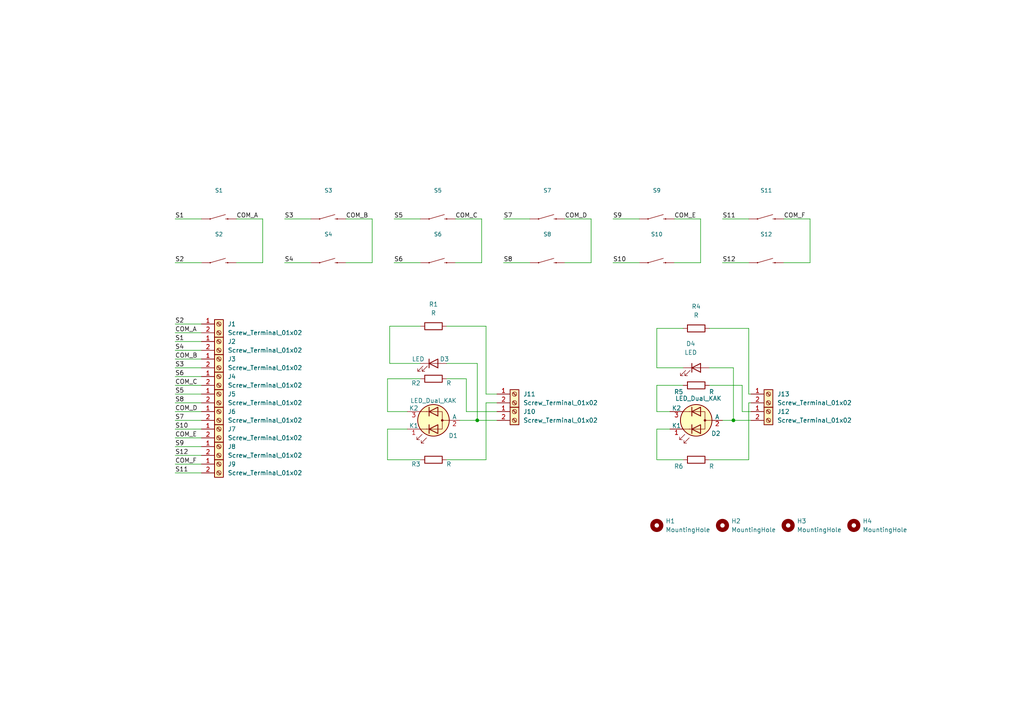
<source format=kicad_sch>
(kicad_sch (version 20211123) (generator eeschema)
  (paper "A4")
  (lib_symbols
    (symbol "Connector:Screw_Terminal_01x02" (pin_names (offset 1.016) hide)
      (property "Reference" "J" (at 0 2.54 0))
      (property "Value" "Screw_Terminal_01x02" (at 0 -5.08 0))
      (symbol "Screw_Terminal_01x02_1_1"
        (rectangle (start -1.27 1.27) (end 1.27 -3.81) (stroke (width 0.254)) (fill (type background)))
        (circle (center 0 -2.54) (radius 0.635) (stroke (width 0.1524)))
        (polyline (pts (xy -0.5334 -2.2098) (xy 0.3302 -3.048)) (stroke (width 0.1524)))
        (polyline (pts (xy -0.5334 0.3302) (xy 0.3302 -0.508)) (stroke (width 0.1524)))
        (polyline (pts (xy -0.3556 -2.032) (xy 0.508 -2.8702)) (stroke (width 0.1524)))
        (polyline (pts (xy -0.3556 0.508) (xy 0.508 -0.3302)) (stroke (width 0.1524)))
        (circle (center 0 0) (radius 0.635) (stroke (width 0.1524)))
        (pin passive line (at -5.08 0 0) (length 3.81) (name "Pin_1") (number "1"))
        (pin passive line (at -5.08 -2.54 0) (length 3.81) (name "Pin_2") (number "2"))
      )
    )
    (symbol "Device:LED" (pin_numbers hide) (pin_names (offset 1.016) hide)
      (property "Reference" "D" (at 0 2.54 0))
      (property "Value" "LED" (at 0 -2.54 0))
      (symbol "LED_0_1"
        (polyline (pts (xy -1.27 -1.27) (xy -1.27 1.27)) (stroke (width 0.254)))
        (polyline (pts (xy -1.27 0) (xy 1.27 0)))
        (polyline (pts (xy 1.27 -1.27) (xy 1.27 1.27) (xy -1.27 0) (xy 1.27 -1.27)) (stroke (width 0.254)))
        (polyline (pts (xy -3.048 -0.762) (xy -4.572 -2.286) (xy -3.81 -2.286) (xy -4.572 -2.286) (xy -4.572 -1.524)))
        (polyline (pts (xy -1.778 -0.762) (xy -3.302 -2.286) (xy -2.54 -2.286) (xy -3.302 -2.286) (xy -3.302 -1.524)))
      )
      (symbol "LED_1_1"
        (pin passive line (at -3.81 0 0) (length 2.54) (name "K") (number "1"))
        (pin passive line (at 3.81 0 180) (length 2.54) (name "A") (number "2"))
      )
    )
    (symbol "Device:LED_Dual_KAK" (pin_names (offset 0))
      (property "Reference" "D" (at 0 5.715 0))
      (property "Value" "LED_Dual_KAK" (at 0 -6.35 0))
      (symbol "LED_Dual_KAK_0_1"
        (circle (center -2.54 0) (radius 0.2794) (fill (type outline)))
        (polyline (pts (xy -4.572 0) (xy -2.54 0)))
        (polyline (pts (xy 1.27 -1.27) (xy 1.27 -3.81)) (stroke (width 0.254)))
        (polyline (pts (xy 1.27 3.81) (xy 1.27 1.27)) (stroke (width 0.254)))
        (polyline (pts (xy 3.81 -2.54) (xy 1.905 -2.54)))
        (polyline (pts (xy 3.81 2.54) (xy 1.905 2.54)))
        (polyline (pts (xy -1.27 -1.27) (xy -1.27 -3.81) (xy 1.27 -2.54) (xy -1.27 -1.27)) (stroke (width 0.254)))
        (polyline (pts (xy -1.27 3.81) (xy -1.27 1.27) (xy 1.27 2.54) (xy -1.27 3.81)) (stroke (width 0.254)))
        (polyline (pts (xy 2.032 2.54) (xy -2.54 2.54) (xy -2.54 -2.54) (xy 2.032 -2.54)))
        (polyline (pts (xy 2.032 5.08) (xy 3.556 6.604) (xy 2.794 6.604) (xy 3.556 6.604) (xy 3.556 5.842)))
        (polyline (pts (xy 3.302 4.064) (xy 4.826 5.588) (xy 4.064 5.588) (xy 4.826 5.588) (xy 4.826 4.826)))
        (circle (center 0 0) (radius 4.572) (stroke (width 0.254)) (fill (type background)))
      )
      (symbol "LED_Dual_KAK_1_1"
        (pin input line (at 7.62 2.54 180) (length 3.81) (name "K1") (number "1"))
        (pin input line (at -7.62 0 0) (length 3.048) (name "A") (number "2"))
        (pin input line (at 7.62 -2.54 180) (length 3.81) (name "K2") (number "3"))
      )
    )
    (symbol "Device:R" (pin_numbers hide) (pin_names (offset 0))
      (property "Reference" "R" (at 2.032 0 90))
      (property "Value" "R" (at 0 0 90))
      (symbol "R_0_1"
        (rectangle (start -1.016 -2.54) (end 1.016 2.54) (stroke (width 0.254)))
      )
      (symbol "R_1_1"
        (pin passive line (at 0 3.81 270) (length 1.27) (name "~") (number "1"))
        (pin passive line (at 0 -3.81 90) (length 1.27) (name "~") (number "2"))
      )
    )
    (symbol "MOMENTARY-SWITCH-SPST-PTH-12MM_1" (pin_numbers hide) (pin_names (offset 1.016) hide)
      (property "Reference" "S2" (at 0 8.255 0))
      (symbol "MOMENTARY-SWITCH-SPST-PTH-12MM_1_1_0"
        (polyline (pts (xy -2.54 0) (xy 1.905 1.27)))
        (polyline (pts (xy 1.905 0) (xy 2.54 0)))
      )
      (symbol "MOMENTARY-SWITCH-SPST-PTH-12MM_1_1_1"
        (circle (center -2.54 0) (radius 0.127) (fill (type outline)))
        (circle (center 2.54 0) (radius 0.127) (fill (type outline)))
        (pin passive line (at -5.08 0 0) (length 2.54) (name "1") (number "1"))
        (pin passive line (at 5.08 0 180) (length 2.54) (name "2") (number "2"))
      )
    )
    (symbol "MOMENTARY-SWITCH-SPST-PTH-12MM_10" (pin_numbers hide) (pin_names (offset 1.016) hide)
      (property "Reference" "S10" (at 0 8.255 0))
      (symbol "MOMENTARY-SWITCH-SPST-PTH-12MM_10_1_0"
        (polyline (pts (xy -2.54 0) (xy 1.905 1.27)))
        (polyline (pts (xy 1.905 0) (xy 2.54 0)))
      )
      (symbol "MOMENTARY-SWITCH-SPST-PTH-12MM_10_1_1"
        (circle (center -2.54 0) (radius 0.127) (fill (type outline)))
        (circle (center 2.54 0) (radius 0.127) (fill (type outline)))
        (pin passive line (at -5.08 0 0) (length 2.54) (name "1") (number "1"))
        (pin passive line (at 5.08 0 180) (length 2.54) (name "2") (number "2"))
      )
    )
    (symbol "MOMENTARY-SWITCH-SPST-PTH-12MM_2" (pin_numbers hide) (pin_names (offset 1.016) hide)
      (property "Reference" "S3" (at 0 8.255 0))
      (symbol "MOMENTARY-SWITCH-SPST-PTH-12MM_2_1_0"
        (polyline (pts (xy -2.54 0) (xy 1.905 1.27)))
        (polyline (pts (xy 1.905 0) (xy 2.54 0)))
      )
      (symbol "MOMENTARY-SWITCH-SPST-PTH-12MM_2_1_1"
        (circle (center -2.54 0) (radius 0.127) (fill (type outline)))
        (circle (center 2.54 0) (radius 0.127) (fill (type outline)))
        (pin passive line (at -5.08 0 0) (length 2.54) (name "1") (number "1"))
        (pin passive line (at 5.08 0 180) (length 2.54) (name "2") (number "2"))
      )
    )
    (symbol "MOMENTARY-SWITCH-SPST-PTH-12MM_3" (pin_numbers hide) (pin_names (offset 1.016) hide)
      (property "Reference" "S5" (at 0 8.255 0))
      (symbol "MOMENTARY-SWITCH-SPST-PTH-12MM_3_1_0"
        (polyline (pts (xy -2.54 0) (xy 1.905 1.27)))
        (polyline (pts (xy 1.905 0) (xy 2.54 0)))
      )
      (symbol "MOMENTARY-SWITCH-SPST-PTH-12MM_3_1_1"
        (circle (center -2.54 0) (radius 0.127) (fill (type outline)))
        (circle (center 2.54 0) (radius 0.127) (fill (type outline)))
        (pin passive line (at -5.08 0 0) (length 2.54) (name "1") (number "1"))
        (pin passive line (at 5.08 0 180) (length 2.54) (name "2") (number "2"))
      )
    )
    (symbol "MOMENTARY-SWITCH-SPST-PTH-12MM_4" (pin_numbers hide) (pin_names (offset 1.016) hide)
      (property "Reference" "S7" (at 0 8.255 0))
      (symbol "MOMENTARY-SWITCH-SPST-PTH-12MM_4_1_0"
        (polyline (pts (xy -2.54 0) (xy 1.905 1.27)))
        (polyline (pts (xy 1.905 0) (xy 2.54 0)))
      )
      (symbol "MOMENTARY-SWITCH-SPST-PTH-12MM_4_1_1"
        (circle (center -2.54 0) (radius 0.127) (fill (type outline)))
        (circle (center 2.54 0) (radius 0.127) (fill (type outline)))
        (pin passive line (at -5.08 0 0) (length 2.54) (name "1") (number "1"))
        (pin passive line (at 5.08 0 180) (length 2.54) (name "2") (number "2"))
      )
    )
    (symbol "MOMENTARY-SWITCH-SPST-PTH-12MM_5" (pin_numbers hide) (pin_names (offset 1.016) hide)
      (property "Reference" "S9" (at 0 8.255 0))
      (symbol "MOMENTARY-SWITCH-SPST-PTH-12MM_5_1_0"
        (polyline (pts (xy -2.54 0) (xy 1.905 1.27)))
        (polyline (pts (xy 1.905 0) (xy 2.54 0)))
      )
      (symbol "MOMENTARY-SWITCH-SPST-PTH-12MM_5_1_1"
        (circle (center -2.54 0) (radius 0.127) (fill (type outline)))
        (circle (center 2.54 0) (radius 0.127) (fill (type outline)))
        (pin passive line (at -5.08 0 0) (length 2.54) (name "1") (number "1"))
        (pin passive line (at 5.08 0 180) (length 2.54) (name "2") (number "2"))
      )
    )
    (symbol "MOMENTARY-SWITCH-SPST-PTH-12MM_6" (pin_numbers hide) (pin_names (offset 1.016) hide)
      (property "Reference" "S11" (at 0 8.255 0))
      (symbol "MOMENTARY-SWITCH-SPST-PTH-12MM_6_1_0"
        (polyline (pts (xy -2.54 0) (xy 1.905 1.27)))
        (polyline (pts (xy 1.905 0) (xy 2.54 0)))
      )
      (symbol "MOMENTARY-SWITCH-SPST-PTH-12MM_6_1_1"
        (circle (center -2.54 0) (radius 0.127) (fill (type outline)))
        (circle (center 2.54 0) (radius 0.127) (fill (type outline)))
        (pin passive line (at -5.08 0 0) (length 2.54) (name "1") (number "1"))
        (pin passive line (at 5.08 0 180) (length 2.54) (name "2") (number "2"))
      )
    )
    (symbol "MOMENTARY-SWITCH-SPST-PTH-12MM_7" (pin_numbers hide) (pin_names (offset 1.016) hide)
      (property "Reference" "S4" (at 0 8.255 0))
      (symbol "MOMENTARY-SWITCH-SPST-PTH-12MM_7_1_0"
        (polyline (pts (xy -2.54 0) (xy 1.905 1.27)))
        (polyline (pts (xy 1.905 0) (xy 2.54 0)))
      )
      (symbol "MOMENTARY-SWITCH-SPST-PTH-12MM_7_1_1"
        (circle (center -2.54 0) (radius 0.127) (fill (type outline)))
        (circle (center 2.54 0) (radius 0.127) (fill (type outline)))
        (pin passive line (at -5.08 0 0) (length 2.54) (name "1") (number "1"))
        (pin passive line (at 5.08 0 180) (length 2.54) (name "2") (number "2"))
      )
    )
    (symbol "MOMENTARY-SWITCH-SPST-PTH-12MM_8" (pin_numbers hide) (pin_names (offset 1.016) hide)
      (property "Reference" "S6" (at 0 8.255 0))
      (symbol "MOMENTARY-SWITCH-SPST-PTH-12MM_8_1_0"
        (polyline (pts (xy -2.54 0) (xy 1.905 1.27)))
        (polyline (pts (xy 1.905 0) (xy 2.54 0)))
      )
      (symbol "MOMENTARY-SWITCH-SPST-PTH-12MM_8_1_1"
        (circle (center -2.54 0) (radius 0.127) (fill (type outline)))
        (circle (center 2.54 0) (radius 0.127) (fill (type outline)))
        (pin passive line (at -5.08 0 0) (length 2.54) (name "1") (number "1"))
        (pin passive line (at 5.08 0 180) (length 2.54) (name "2") (number "2"))
      )
    )
    (symbol "MOMENTARY-SWITCH-SPST-PTH-12MM_9" (pin_numbers hide) (pin_names (offset 1.016) hide)
      (property "Reference" "S8" (at 0 8.255 0))
      (symbol "MOMENTARY-SWITCH-SPST-PTH-12MM_9_1_0"
        (polyline (pts (xy -2.54 0) (xy 1.905 1.27)))
        (polyline (pts (xy 1.905 0) (xy 2.54 0)))
      )
      (symbol "MOMENTARY-SWITCH-SPST-PTH-12MM_9_1_1"
        (circle (center -2.54 0) (radius 0.127) (fill (type outline)))
        (circle (center 2.54 0) (radius 0.127) (fill (type outline)))
        (pin passive line (at -5.08 0 0) (length 2.54) (name "1") (number "1"))
        (pin passive line (at 5.08 0 180) (length 2.54) (name "2") (number "2"))
      )
    )
    (symbol "Mechanical:MountingHole" (pin_names (offset 1.016))
      (property "Reference" "H" (at 0 5.08 0))
      (property "Value" "MountingHole" (at 0 3.175 0))
      (symbol "MountingHole_0_1"
        (circle (center 0 0) (radius 1.27) (stroke (width 1.27)))
      )
    )
    (symbol "SparkFun-Switches:MOMENTARY-SWITCH-SPST-PTH-12MM" (pin_numbers hide) (pin_names (offset 1.016) hide)
      (property "Reference" "S12" (at 0 8.255 0))
      (symbol "MOMENTARY-SWITCH-SPST-PTH-12MM_1_0"
        (polyline (pts (xy -2.54 0) (xy 1.905 1.27)))
        (polyline (pts (xy 1.905 0) (xy 2.54 0)))
      )
      (symbol "MOMENTARY-SWITCH-SPST-PTH-12MM_1_1"
        (circle (center -2.54 0) (radius 0.127) (fill (type outline)))
        (circle (center 2.54 0) (radius 0.127) (fill (type outline)))
        (pin passive line (at -5.08 0 0) (length 2.54) (name "1") (number "1"))
        (pin passive line (at 5.08 0 180) (length 2.54) (name "2") (number "2"))
      )
    )
  )
  (junction (at 138.43 121.92))
  (junction (at 212.725 121.92))
  (wire (pts (xy 212.725 121.92) (xy 217.805 121.92)))
  (wire (pts (xy 209.55 63.5) (xy 217.17 63.5)))
  (wire (pts (xy 50.8 137.16) (xy 58.42 137.16)))
  (wire (pts (xy 217.17 116.84) (xy 217.17 133.35)))
  (wire (pts (xy 50.8 104.14) (xy 58.42 104.14)))
  (wire (pts (xy 121.92 94.615) (xy 113.03 94.615)))
  (wire (pts (xy 190.5 95.25) (xy 190.5 106.68)))
  (wire (pts (xy 190.5 111.76) (xy 190.5 119.38)))
  (wire (pts (xy 205.74 111.76) (xy 215.265 111.76)))
  (wire (pts (xy 190.5 124.46) (xy 194.31 124.46)))
  (wire (pts (xy 217.17 114.3) (xy 217.805 114.3)))
  (wire (pts (xy 205.74 95.25) (xy 217.17 95.25)))
  (wire (pts (xy 198.12 95.25) (xy 190.5 95.25)))
  (wire (pts (xy 112.395 119.38) (xy 112.395 109.855)))
  (wire (pts (xy 114.3 76.2) (xy 121.92 76.2)))
  (wire (pts (xy 112.395 124.46) (xy 112.395 133.35)))
  (wire (pts (xy 133.35 121.92) (xy 138.43 121.92)))
  (wire (pts (xy 121.92 105.41) (xy 113.03 105.41)))
  (wire (pts (xy 50.8 101.6) (xy 58.42 101.6)))
  (wire (pts (xy 234.95 63.5) (xy 234.95 76.2)))
  (wire (pts (xy 146.05 63.5) (xy 153.67 63.5)))
  (wire (pts (xy 209.55 76.2) (xy 217.17 76.2)))
  (wire (pts (xy 177.8 76.2) (xy 185.42 76.2)))
  (wire (pts (xy 129.54 133.35) (xy 140.97 133.35)))
  (wire (pts (xy 195.58 63.5) (xy 203.2 63.5)))
  (wire (pts (xy 138.43 105.41) (xy 138.43 121.92)))
  (wire (pts (xy 50.8 99.06) (xy 58.42 99.06)))
  (wire (pts (xy 114.3 63.5) (xy 121.92 63.5)))
  (wire (pts (xy 129.54 109.855) (xy 135.255 109.855)))
  (wire (pts (xy 198.12 133.35) (xy 190.5 133.35)))
  (wire (pts (xy 163.83 76.2) (xy 171.45 76.2)))
  (wire (pts (xy 198.12 106.68) (xy 190.5 106.68)))
  (wire (pts (xy 113.03 94.615) (xy 113.03 105.41)))
  (wire (pts (xy 139.7 63.5) (xy 139.7 76.2)))
  (wire (pts (xy 50.8 134.62) (xy 58.42 134.62)))
  (wire (pts (xy 163.83 63.5) (xy 171.45 63.5)))
  (wire (pts (xy 144.145 116.84) (xy 140.97 116.84)))
  (wire (pts (xy 227.33 63.5) (xy 234.95 63.5)))
  (wire (pts (xy 215.265 111.76) (xy 215.265 119.38)))
  (wire (pts (xy 215.265 119.38) (xy 217.805 119.38)))
  (wire (pts (xy 50.8 63.5) (xy 58.42 63.5)))
  (wire (pts (xy 82.55 76.2) (xy 90.17 76.2)))
  (wire (pts (xy 138.43 121.92) (xy 144.145 121.92)))
  (wire (pts (xy 50.8 129.54) (xy 58.42 129.54)))
  (wire (pts (xy 50.8 93.98) (xy 58.42 93.98)))
  (wire (pts (xy 132.08 63.5) (xy 139.7 63.5)))
  (wire (pts (xy 140.97 116.84) (xy 140.97 133.35)))
  (wire (pts (xy 50.8 76.2) (xy 58.42 76.2)))
  (wire (pts (xy 217.805 116.84) (xy 217.17 116.84)))
  (wire (pts (xy 100.33 63.5) (xy 107.95 63.5)))
  (wire (pts (xy 50.8 116.84) (xy 58.42 116.84)))
  (wire (pts (xy 203.2 63.5) (xy 203.2 76.2)))
  (wire (pts (xy 217.17 95.25) (xy 217.17 114.3)))
  (wire (pts (xy 112.395 133.35) (xy 121.92 133.35)))
  (wire (pts (xy 50.8 96.52) (xy 58.42 96.52)))
  (wire (pts (xy 50.8 132.08) (xy 58.42 132.08)))
  (wire (pts (xy 68.58 63.5) (xy 76.2 63.5)))
  (wire (pts (xy 112.395 109.855) (xy 121.92 109.855)))
  (wire (pts (xy 118.11 119.38) (xy 112.395 119.38)))
  (wire (pts (xy 135.255 119.38) (xy 144.145 119.38)))
  (wire (pts (xy 50.8 121.92) (xy 58.42 121.92)))
  (wire (pts (xy 50.8 111.76) (xy 58.42 111.76)))
  (wire (pts (xy 194.31 119.38) (xy 190.5 119.38)))
  (wire (pts (xy 82.55 63.5) (xy 90.17 63.5)))
  (wire (pts (xy 195.58 76.2) (xy 203.2 76.2)))
  (wire (pts (xy 107.95 63.5) (xy 107.95 76.2)))
  (wire (pts (xy 76.2 63.5) (xy 76.2 76.2)))
  (wire (pts (xy 198.12 111.76) (xy 190.5 111.76)))
  (wire (pts (xy 112.395 124.46) (xy 118.11 124.46)))
  (wire (pts (xy 212.725 106.68) (xy 212.725 121.92)))
  (wire (pts (xy 190.5 124.46) (xy 190.5 133.35)))
  (wire (pts (xy 205.74 106.68) (xy 212.725 106.68)))
  (wire (pts (xy 205.74 133.35) (xy 217.17 133.35)))
  (wire (pts (xy 171.45 63.5) (xy 171.45 76.2)))
  (wire (pts (xy 140.97 114.3) (xy 144.145 114.3)))
  (wire (pts (xy 132.08 76.2) (xy 139.7 76.2)))
  (wire (pts (xy 50.8 106.68) (xy 58.42 106.68)))
  (wire (pts (xy 140.97 94.615) (xy 140.97 114.3)))
  (wire (pts (xy 76.2 76.2) (xy 68.58 76.2)))
  (wire (pts (xy 50.8 109.22) (xy 58.42 109.22)))
  (wire (pts (xy 50.8 127) (xy 58.42 127)))
  (wire (pts (xy 100.33 76.2) (xy 107.95 76.2)))
  (wire (pts (xy 177.8 63.5) (xy 185.42 63.5)))
  (wire (pts (xy 209.55 121.92) (xy 212.725 121.92)))
  (wire (pts (xy 129.54 105.41) (xy 138.43 105.41)))
  (wire (pts (xy 50.8 119.38) (xy 58.42 119.38)))
  (wire (pts (xy 227.33 76.2) (xy 234.95 76.2)))
  (wire (pts (xy 146.05 76.2) (xy 153.67 76.2)))
  (wire (pts (xy 50.8 124.46) (xy 58.42 124.46)))
  (wire (pts (xy 135.255 109.855) (xy 135.255 119.38)))
  (wire (pts (xy 50.8 114.3) (xy 58.42 114.3)))
  (wire (pts (xy 129.54 94.615) (xy 140.97 94.615)))
  (label "COM_E" (at 195.58 63.5 0))
  (label "S10" (at 177.8 76.2 0))
  (label "S7" (at 146.05 63.5 0))
  (label "S3" (at 50.8 106.68 0))
  (label "S8" (at 50.8 116.84 0))
  (label "COM_A" (at 68.58 63.5 0))
  (label "S4" (at 82.55 76.2 0))
  (label "S12" (at 50.8 132.08 0))
  (label "S5" (at 114.3 63.5 0))
  (label "COM_B" (at 100.33 63.5 0))
  (label "COM_E" (at 50.8 127 0))
  (label "S6" (at 50.8 109.22 0))
  (label "S9" (at 50.8 129.54 0))
  (label "S6" (at 114.3 76.2 0))
  (label "S5" (at 50.8 114.3 0))
  (label "S12" (at 209.55 76.2 0))
  (label "S8" (at 146.05 76.2 0))
  (label "COM_F" (at 227.33 63.5 0))
  (label "COM_C" (at 50.8 111.76 0))
  (label "COM_F" (at 50.8 134.62 0))
  (label "S9" (at 177.8 63.5 0))
  (label "S2" (at 50.8 93.98 0))
  (label "S1" (at 50.8 99.06 0))
  (label "S4" (at 50.8 101.6 0))
  (label "S2" (at 50.8 76.2 0))
  (label "COM_D" (at 163.83 63.5 0))
  (label "COM_B" (at 50.8 104.14 0))
  (label "S11" (at 50.8 137.16 0))
  (label "COM_D" (at 50.8 119.38 0))
  (label "S3" (at 82.55 63.5 0))
  (label "COM_C" (at 132.08 63.5 0))
  (label "COM_A" (at 50.8 96.52 0))
  (label "S1" (at 50.8 63.5 0))
  (label "S11" (at 209.55 63.5 0))
  (label "S7" (at 50.8 121.92 0))
  (label "S10" (at 50.8 124.46 0))
  (symbol (lib_name "MOMENTARY-SWITCH-SPST-PTH-12MM_6") (lib_id "SparkFun-Switches:MOMENTARY-SWITCH-SPST-PTH-12MM") (at 222.25 63.5 0) (unit 1)
    (property "Reference" "S11" (at 222.25 55.245 0) (effects (font (size 1.143 1.143))))
    (property "Value" "MOMENTARY-SWITCH-SPST-PTH-12MM" (effects hide))
    (property "Footprint" "Button_Switch_THT:SW_PUSH-12mm" (effects hide))
    (property "Field4" "SWCH-09185" (effects hide))
  )
  (symbol (lib_id "Connector:Screw_Terminal_01x02") (at 63.5 104.14 0) (unit 1)
    (property "Reference" "J3" (at 66.04 104.1399 0) (effects (justify left)))
    (property "Value" "Screw_Terminal_01x02" (at 66.04 106.6799 0) (effects (justify left)))
    (property "Footprint" "TerminalBlock_Phoenix:TerminalBlock_Phoenix_MKDS-1,5-2_1x02_P5.00mm_Horizontal" (effects hide))
  )
  (symbol (lib_name "MOMENTARY-SWITCH-SPST-PTH-12MM_1") (lib_id "SparkFun-Switches:MOMENTARY-SWITCH-SPST-PTH-12MM") (at 63.5 76.2 0) (unit 1)
    (property "Reference" "S2" (at 63.5 67.945 0) (effects (font (size 1.143 1.143))))
    (property "Value" "MOMENTARY-SWITCH-SPST-PTH-12MM" (effects hide))
    (property "Footprint" "Button_Switch_THT:SW_PUSH-12mm" (effects hide))
    (property "Field4" "SWCH-09185" (effects hide))
  )
  (symbol (lib_id "Connector:Screw_Terminal_01x02") (at 63.5 134.62 0) (unit 1)
    (property "Reference" "J9" (at 66.04 134.6199 0) (effects (justify left)))
    (property "Value" "Screw_Terminal_01x02" (at 66.04 137.1599 0) (effects (justify left)))
    (property "Footprint" "TerminalBlock_Phoenix:TerminalBlock_Phoenix_MKDS-1,5-2_1x02_P5.00mm_Horizontal" (effects hide))
  )
  (symbol (lib_name "MOMENTARY-SWITCH-SPST-PTH-12MM_10") (lib_id "SparkFun-Switches:MOMENTARY-SWITCH-SPST-PTH-12MM") (at 190.5 76.2 0) (unit 1)
    (property "Reference" "S10" (at 190.5 67.945 0) (effects (font (size 1.143 1.143))))
    (property "Value" "MOMENTARY-SWITCH-SPST-PTH-12MM" (effects hide))
    (property "Footprint" "Button_Switch_THT:SW_PUSH-12mm" (effects hide))
    (property "Field4" "SWCH-09185" (effects hide))
  )
  (symbol (lib_id "Device:R") (at 125.73 133.35 90) (unit 1)
    (property "Reference" "R3" (at 120.65 134.62 90))
    (property "Value" "R" (at 130.175 134.62 90))
    (property "Footprint" "Resistor_SMD:R_0805_2012Metric" (effects hide))
  )
  (symbol (lib_name "MOMENTARY-SWITCH-SPST-PTH-12MM_9") (lib_id "SparkFun-Switches:MOMENTARY-SWITCH-SPST-PTH-12MM") (at 158.75 76.2 0) (unit 1)
    (property "Reference" "S8" (at 158.75 67.945 0) (effects (font (size 1.143 1.143))))
    (property "Value" "MOMENTARY-SWITCH-SPST-PTH-12MM" (effects hide))
    (property "Footprint" "Button_Switch_THT:SW_PUSH-12mm" (effects hide))
    (property "Field4" "SWCH-09185" (effects hide))
  )
  (symbol (lib_name "MOMENTARY-SWITCH-SPST-PTH-12MM_8") (lib_id "SparkFun-Switches:MOMENTARY-SWITCH-SPST-PTH-12MM") (at 127 76.2 0) (unit 1)
    (property "Reference" "S6" (at 127 67.945 0) (effects (font (size 1.143 1.143))))
    (property "Value" "MOMENTARY-SWITCH-SPST-PTH-12MM" (effects hide))
    (property "Footprint" "Button_Switch_THT:SW_PUSH-12mm" (effects hide))
    (property "Field4" "SWCH-09185" (effects hide))
  )
  (symbol (lib_id "Connector:Screw_Terminal_01x02") (at 149.225 114.3 0) (unit 1)
    (property "Reference" "J11" (at 151.765 114.2999 0) (effects (justify left)))
    (property "Value" "Screw_Terminal_01x02" (at 151.765 116.8399 0) (effects (justify left)))
    (property "Footprint" "TerminalBlock_Phoenix:TerminalBlock_Phoenix_PT-1,5-2-3.5-H_1x02_P3.50mm_Horizontal" (effects hide))
  )
  (symbol (lib_id "Connector:Screw_Terminal_01x02") (at 63.5 114.3 0) (unit 1)
    (property "Reference" "J5" (at 66.04 114.2999 0) (effects (justify left)))
    (property "Value" "Screw_Terminal_01x02" (at 66.04 116.8399 0) (effects (justify left)))
    (property "Footprint" "TerminalBlock_Phoenix:TerminalBlock_Phoenix_MKDS-1,5-2_1x02_P5.00mm_Horizontal" (effects hide))
  )
  (symbol (lib_id "Connector:Screw_Terminal_01x02") (at 63.5 129.54 0) (unit 1)
    (property "Reference" "J8" (at 66.04 129.5399 0) (effects (justify left)))
    (property "Value" "Screw_Terminal_01x02" (at 66.04 132.0799 0) (effects (justify left)))
    (property "Footprint" "TerminalBlock_Phoenix:TerminalBlock_Phoenix_MKDS-1,5-2_1x02_P5.00mm_Horizontal" (effects hide))
  )
  (symbol (lib_name "MOMENTARY-SWITCH-SPST-PTH-12MM_1") (lib_id "SparkFun-Switches:MOMENTARY-SWITCH-SPST-PTH-12MM") (at 63.5 63.5 0) (unit 1)
    (property "Reference" "S1" (at 63.5 55.245 0) (effects (font (size 1.143 1.143))))
    (property "Value" "MOMENTARY-SWITCH-SPST-PTH-12MM" (effects hide))
    (property "Footprint" "Button_Switch_THT:SW_PUSH-12mm" (effects hide))
    (property "Field4" "SWCH-09185" (effects hide))
  )
  (symbol (lib_name "MOMENTARY-SWITCH-SPST-PTH-12MM_4") (lib_id "SparkFun-Switches:MOMENTARY-SWITCH-SPST-PTH-12MM") (at 158.75 63.5 0) (unit 1)
    (property "Reference" "S7" (at 158.75 55.245 0) (effects (font (size 1.143 1.143))))
    (property "Value" "MOMENTARY-SWITCH-SPST-PTH-12MM" (effects hide))
    (property "Footprint" "Button_Switch_THT:SW_PUSH-12mm" (effects hide))
    (property "Field4" "SWCH-09185" (effects hide))
  )
  (symbol (lib_id "Device:R") (at 201.93 95.25 90) (unit 1)
    (property "Reference" "R4" (at 201.93 88.9 90))
    (property "Value" "R" (at 201.93 91.44 90))
    (property "Footprint" "Resistor_SMD:R_0805_2012Metric" (effects hide))
  )
  (symbol (lib_id "Mechanical:MountingHole") (at 228.6 152.4 0) (unit 1)
    (property "Reference" "H3" (at 231.14 151.1299 0) (effects (justify left)))
    (property "Value" "MountingHole" (at 231.14 153.6699 0) (effects (justify left)))
    (property "Footprint" "MountingHole:MountingHole_3.2mm_M3" (effects hide))
  )
  (symbol (lib_id "Device:LED") (at 125.73 105.41 0) (unit 1)
    (property "Reference" "D3" (at 128.905 104.14 0))
    (property "Value" "LED" (at 121.285 104.14 0))
    (property "Footprint" "LED_THT:LED_D3.0mm" (effects hide))
  )
  (symbol (lib_id "Connector:Screw_Terminal_01x02") (at 222.885 114.3 0) (unit 1)
    (property "Reference" "J13" (at 225.425 114.2999 0) (effects (justify left)))
    (property "Value" "Screw_Terminal_01x02" (at 225.425 116.8399 0) (effects (justify left)))
    (property "Footprint" "TerminalBlock_Phoenix:TerminalBlock_Phoenix_PT-1,5-2-3.5-H_1x02_P3.50mm_Horizontal" (effects hide))
  )
  (symbol (lib_id "Connector:Screw_Terminal_01x02") (at 149.225 119.38 0) (unit 1)
    (property "Reference" "J10" (at 151.765 119.3799 0) (effects (justify left)))
    (property "Value" "Screw_Terminal_01x02" (at 151.765 121.9199 0) (effects (justify left)))
    (property "Footprint" "TerminalBlock_Phoenix:TerminalBlock_Phoenix_PT-1,5-2-3.5-H_1x02_P3.50mm_Horizontal" (effects hide))
  )
  (symbol (lib_id "Connector:Screw_Terminal_01x02") (at 63.5 109.22 0) (unit 1)
    (property "Reference" "J4" (at 66.04 109.2199 0) (effects (justify left)))
    (property "Value" "Screw_Terminal_01x02" (at 66.04 111.7599 0) (effects (justify left)))
    (property "Footprint" "TerminalBlock_Phoenix:TerminalBlock_Phoenix_MKDS-1,5-2_1x02_P5.00mm_Horizontal" (effects hide))
  )
  (symbol (lib_id "Connector:Screw_Terminal_01x02") (at 63.5 124.46 0) (unit 1)
    (property "Reference" "J7" (at 66.04 124.4599 0) (effects (justify left)))
    (property "Value" "Screw_Terminal_01x02" (at 66.04 126.9999 0) (effects (justify left)))
    (property "Footprint" "TerminalBlock_Phoenix:TerminalBlock_Phoenix_MKDS-1,5-2_1x02_P5.00mm_Horizontal" (effects hide))
  )
  (symbol (lib_name "MOMENTARY-SWITCH-SPST-PTH-12MM_3") (lib_id "SparkFun-Switches:MOMENTARY-SWITCH-SPST-PTH-12MM") (at 127 63.5 0) (unit 1)
    (property "Reference" "S5" (at 127 55.245 0) (effects (font (size 1.143 1.143))))
    (property "Value" "MOMENTARY-SWITCH-SPST-PTH-12MM" (effects hide))
    (property "Footprint" "Button_Switch_THT:SW_PUSH-12mm" (effects hide))
    (property "Field4" "SWCH-09185" (effects hide))
  )
  (symbol (lib_id "SparkFun-Switches:MOMENTARY-SWITCH-SPST-PTH-12MM") (at 222.25 76.2 0) (unit 1)
    (property "Reference" "S12" (at 222.25 67.945 0) (effects (font (size 1.143 1.143))))
    (property "Value" "MOMENTARY-SWITCH-SPST-PTH-12MM" (effects hide))
    (property "Footprint" "Button_Switch_THT:SW_PUSH-12mm" (effects hide))
    (property "Field4" "SWCH-09185" (effects hide))
  )
  (symbol (lib_id "Connector:Screw_Terminal_01x02") (at 222.885 119.38 0) (unit 1)
    (property "Reference" "J12" (at 225.425 119.3799 0) (effects (justify left)))
    (property "Value" "Screw_Terminal_01x02" (at 225.425 121.9199 0) (effects (justify left)))
    (property "Footprint" "TerminalBlock_Phoenix:TerminalBlock_Phoenix_PT-1,5-2-3.5-H_1x02_P3.50mm_Horizontal" (effects hide))
  )
  (symbol (lib_id "Device:LED") (at 201.93 106.68 0) (unit 1)
    (property "Reference" "D4" (at 200.3425 99.695 0))
    (property "Value" "LED" (at 200.3425 102.235 0))
    (property "Footprint" "LED_THT:LED_D3.0mm" (effects hide))
  )
  (symbol (lib_name "MOMENTARY-SWITCH-SPST-PTH-12MM_2") (lib_id "SparkFun-Switches:MOMENTARY-SWITCH-SPST-PTH-12MM") (at 95.25 63.5 0) (unit 1)
    (property "Reference" "S3" (at 95.25 55.245 0) (effects (font (size 1.143 1.143))))
    (property "Value" "MOMENTARY-SWITCH-SPST-PTH-12MM" (effects hide))
    (property "Footprint" "Button_Switch_THT:SW_PUSH-12mm" (effects hide))
    (property "Field4" "SWCH-09185" (effects hide))
  )
  (symbol (lib_id "Device:R") (at 201.93 133.35 90) (unit 1)
    (property "Reference" "R6" (at 196.85 135.255 90))
    (property "Value" "R" (at 206.375 135.255 90))
    (property "Footprint" "Resistor_SMD:R_0805_2012Metric" (effects hide))
  )
  (symbol (lib_id "Connector:Screw_Terminal_01x02") (at 63.5 119.38 0) (unit 1)
    (property "Reference" "J6" (at 66.04 119.3799 0) (effects (justify left)))
    (property "Value" "Screw_Terminal_01x02" (at 66.04 121.9199 0) (effects (justify left)))
    (property "Footprint" "TerminalBlock_Phoenix:TerminalBlock_Phoenix_MKDS-1,5-2_1x02_P5.00mm_Horizontal" (effects hide))
  )
  (symbol (lib_id "Mechanical:MountingHole") (at 190.5 152.4 0) (unit 1)
    (property "Reference" "H1" (at 193.04 151.1299 0) (effects (justify left)))
    (property "Value" "MountingHole" (at 193.04 153.6699 0) (effects (justify left)))
    (property "Footprint" "MountingHole:MountingHole_3.2mm_M3" (effects hide))
  )
  (symbol (lib_id "Device:R") (at 201.93 111.76 90) (unit 1)
    (property "Reference" "R5" (at 196.85 113.665 90))
    (property "Value" "R" (at 206.375 113.665 90))
    (property "Footprint" "Resistor_SMD:R_0805_2012Metric" (effects hide))
  )
  (symbol (lib_id "Connector:Screw_Terminal_01x02") (at 63.5 99.06 0) (unit 1)
    (property "Reference" "J2" (at 66.04 99.0599 0) (effects (justify left)))
    (property "Value" "Screw_Terminal_01x02" (at 66.04 101.5999 0) (effects (justify left)))
    (property "Footprint" "TerminalBlock_Phoenix:TerminalBlock_Phoenix_MKDS-1,5-2_1x02_P5.00mm_Horizontal" (effects hide))
  )
  (symbol (lib_id "Mechanical:MountingHole") (at 209.55 152.4 0) (unit 1)
    (property "Reference" "H2" (at 212.09 151.1299 0) (effects (justify left)))
    (property "Value" "MountingHole" (at 212.09 153.6699 0) (effects (justify left)))
    (property "Footprint" "MountingHole:MountingHole_3.2mm_M3" (effects hide))
  )
  (symbol (lib_id "Device:R") (at 125.73 109.855 90) (unit 1)
    (property "Reference" "R2" (at 120.65 111.125 90))
    (property "Value" "R" (at 130.175 111.125 90))
    (property "Footprint" "Resistor_SMD:R_0805_2012Metric" (effects hide))
  )
  (symbol (lib_name "MOMENTARY-SWITCH-SPST-PTH-12MM_5") (lib_id "SparkFun-Switches:MOMENTARY-SWITCH-SPST-PTH-12MM") (at 190.5 63.5 0) (unit 1)
    (property "Reference" "S9" (at 190.5 55.245 0) (effects (font (size 1.143 1.143))))
    (property "Value" "MOMENTARY-SWITCH-SPST-PTH-12MM" (effects hide))
    (property "Footprint" "Button_Switch_THT:SW_PUSH-12mm" (effects hide))
    (property "Field4" "SWCH-09185" (effects hide))
  )
  (symbol (lib_id "Connector:Screw_Terminal_01x02") (at 63.5 93.98 0) (unit 1)
    (property "Reference" "J1" (at 66.04 93.9799 0) (effects (justify left)))
    (property "Value" "Screw_Terminal_01x02" (at 66.04 96.5199 0) (effects (justify left)))
    (property "Footprint" "TerminalBlock_Phoenix:TerminalBlock_Phoenix_MKDS-1,5-2_1x02_P5.00mm_Horizontal" (effects hide))
  )
  (symbol (lib_id "Device:LED_Dual_KAK") (at 125.73 121.92 180) (unit 1)
    (property "Reference" "D1" (at 131.445 126.365 0))
    (property "Value" "LED_Dual_KAK" (at 125.73 116.205 0))
    (property "Footprint" "LED_THT:LED_D3.0mm-3" (effects hide))
  )
  (symbol (lib_id "Device:LED_Dual_KAK") (at 201.93 121.92 180) (unit 1)
    (property "Reference" "D2" (at 207.645 125.73 0))
    (property "Value" "LED_Dual_KAK" (at 202.565 115.57 0))
    (property "Footprint" "LED_THT:LED_D3.0mm-3" (effects hide))
  )
  (symbol (lib_id "Device:R") (at 125.73 94.615 90) (unit 1)
    (property "Reference" "R1" (at 125.73 88.265 90))
    (property "Value" "R" (at 125.73 90.805 90))
    (property "Footprint" "Resistor_SMD:R_0805_2012Metric" (effects hide))
  )
  (symbol (lib_name "MOMENTARY-SWITCH-SPST-PTH-12MM_7") (lib_id "SparkFun-Switches:MOMENTARY-SWITCH-SPST-PTH-12MM") (at 95.25 76.2 0) (unit 1)
    (property "Reference" "S4" (at 95.25 67.945 0) (effects (font (size 1.143 1.143))))
    (property "Value" "MOMENTARY-SWITCH-SPST-PTH-12MM" (effects hide))
    (property "Footprint" "Button_Switch_THT:SW_PUSH-12mm" (effects hide))
    (property "Field4" "SWCH-09185" (effects hide))
  )
  (symbol (lib_id "Mechanical:MountingHole") (at 247.65 152.4 0) (unit 1)
    (property "Reference" "H4" (at 250.19 151.1299 0) (effects (justify left)))
    (property "Value" "MountingHole" (at 250.19 153.6699 0) (effects (justify left)))
    (property "Footprint" "MountingHole:MountingHole_3.2mm_M3" (effects hide))
  )
)
</source>
